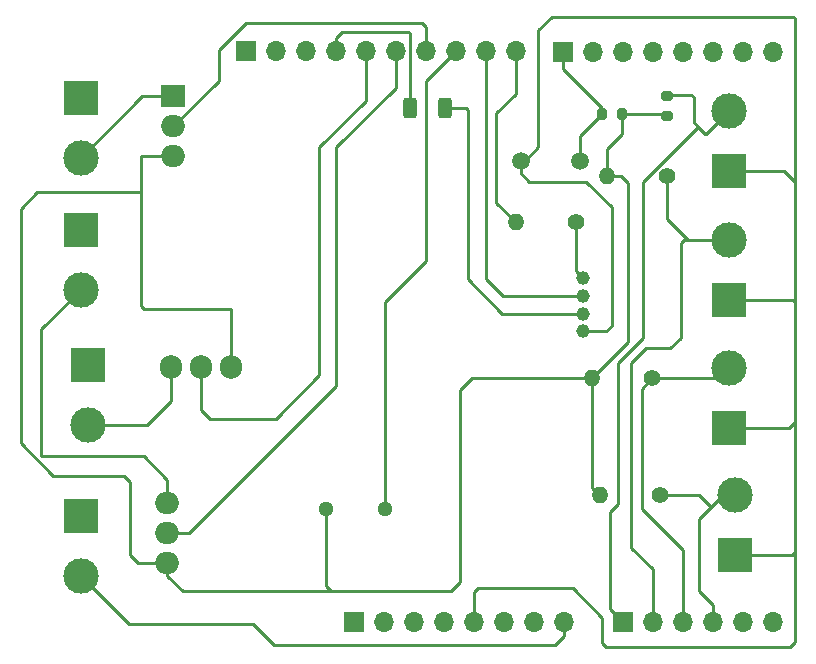
<source format=gtl>
%TF.GenerationSoftware,KiCad,Pcbnew,(6.0.2)*%
%TF.CreationDate,2024-03-29T16:16:56-05:00*%
%TF.ProjectId,Security_Mat,53656375-7269-4747-995f-4d61742e6b69,rev?*%
%TF.SameCoordinates,Original*%
%TF.FileFunction,Copper,L1,Top*%
%TF.FilePolarity,Positive*%
%FSLAX46Y46*%
G04 Gerber Fmt 4.6, Leading zero omitted, Abs format (unit mm)*
G04 Created by KiCad (PCBNEW (6.0.2)) date 2024-03-29 16:16:56*
%MOMM*%
%LPD*%
G01*
G04 APERTURE LIST*
G04 Aperture macros list*
%AMRoundRect*
0 Rectangle with rounded corners*
0 $1 Rounding radius*
0 $2 $3 $4 $5 $6 $7 $8 $9 X,Y pos of 4 corners*
0 Add a 4 corners polygon primitive as box body*
4,1,4,$2,$3,$4,$5,$6,$7,$8,$9,$2,$3,0*
0 Add four circle primitives for the rounded corners*
1,1,$1+$1,$2,$3*
1,1,$1+$1,$4,$5*
1,1,$1+$1,$6,$7*
1,1,$1+$1,$8,$9*
0 Add four rect primitives between the rounded corners*
20,1,$1+$1,$2,$3,$4,$5,0*
20,1,$1+$1,$4,$5,$6,$7,0*
20,1,$1+$1,$6,$7,$8,$9,0*
20,1,$1+$1,$8,$9,$2,$3,0*%
G04 Aperture macros list end*
%TA.AperFunction,ComponentPad*%
%ADD10C,1.170000*%
%TD*%
%TA.AperFunction,ComponentPad*%
%ADD11O,2.000000X1.905000*%
%TD*%
%TA.AperFunction,ComponentPad*%
%ADD12O,1.905000X2.000000*%
%TD*%
%TA.AperFunction,ComponentPad*%
%ADD13C,1.400000*%
%TD*%
%TA.AperFunction,ComponentPad*%
%ADD14O,1.400000X1.400000*%
%TD*%
%TA.AperFunction,SMDPad,CuDef*%
%ADD15RoundRect,0.200000X-0.275000X0.200000X-0.275000X-0.200000X0.275000X-0.200000X0.275000X0.200000X0*%
%TD*%
%TA.AperFunction,ComponentPad*%
%ADD16R,3.000000X3.000000*%
%TD*%
%TA.AperFunction,ComponentPad*%
%ADD17C,3.000000*%
%TD*%
%TA.AperFunction,ComponentPad*%
%ADD18R,1.700000X1.700000*%
%TD*%
%TA.AperFunction,ComponentPad*%
%ADD19O,1.700000X1.700000*%
%TD*%
%TA.AperFunction,SMDPad,CuDef*%
%ADD20RoundRect,0.250000X0.312500X0.625000X-0.312500X0.625000X-0.312500X-0.625000X0.312500X-0.625000X0*%
%TD*%
%TA.AperFunction,ComponentPad*%
%ADD21C,1.508000*%
%TD*%
%TA.AperFunction,ComponentPad*%
%ADD22R,2.000000X1.905000*%
%TD*%
%TA.AperFunction,SMDPad,CuDef*%
%ADD23RoundRect,0.200000X-0.200000X-0.275000X0.200000X-0.275000X0.200000X0.275000X-0.200000X0.275000X0*%
%TD*%
%TA.AperFunction,ComponentPad*%
%ADD24C,1.280000*%
%TD*%
%TA.AperFunction,Conductor*%
%ADD25C,0.250000*%
%TD*%
G04 APERTURE END LIST*
D10*
%TO.P,U1,1,RXD*%
%TO.N,Net-(R6-Pad1)*%
X155644000Y-81570000D03*
%TO.P,U1,2,TX*%
%TO.N,Net-(J7-Pad9)*%
X155644000Y-83070000D03*
%TO.P,U1,3,GND*%
%TO.N,Net-(R7-Pad1)*%
X155644000Y-84570000D03*
%TO.P,U1,4,Vcc*%
%TO.N,/5V*%
X155644000Y-86070000D03*
%TD*%
D11*
%TO.P,Q2,1,G*%
%TO.N,Net-(J11-Pad2)*%
X120467000Y-100584000D03*
%TO.P,Q2,2,D*%
%TO.N,Net-(J7-Pad6)*%
X120467000Y-103124000D03*
%TO.P,Q2,3,S*%
%TO.N,GND*%
X120467000Y-105664000D03*
%TD*%
D12*
%TO.P,Q1,3,S*%
%TO.N,GND*%
X125857000Y-89083000D03*
%TO.P,Q1,2,D*%
%TO.N,Net-(J7-Pad5)*%
X123317000Y-89083000D03*
%TO.P,Q1,1,G*%
%TO.N,Net-(J12-Pad2)*%
X120777000Y-89083000D03*
%TD*%
D13*
%TO.P,R6,1*%
%TO.N,Net-(R6-Pad1)*%
X155067000Y-76835000D03*
D14*
%TO.P,R6,2*%
%TO.N,Net-(J7-Pad10)*%
X149987000Y-76835000D03*
%TD*%
D13*
%TO.P,R5,1*%
%TO.N,Net-(J4-Pad2)*%
X162179000Y-99949000D03*
D14*
%TO.P,R5,2*%
%TO.N,GND*%
X157099000Y-99949000D03*
%TD*%
D13*
%TO.P,R4,1*%
%TO.N,Net-(J3-Pad2)*%
X161544000Y-90043000D03*
D14*
%TO.P,R4,2*%
%TO.N,GND*%
X156464000Y-90043000D03*
%TD*%
D13*
%TO.P,R3,1*%
%TO.N,Net-(J2-Pad2)*%
X162814000Y-72898000D03*
D14*
%TO.P,R3,2*%
%TO.N,GND*%
X157734000Y-72898000D03*
%TD*%
D15*
%TO.P,R2,1*%
%TO.N,Net-(J1-Pad2)*%
X162814000Y-66167000D03*
%TO.P,R2,2*%
%TO.N,GND*%
X162814000Y-67817000D03*
%TD*%
D16*
%TO.P,J9,1,Pin_1*%
%TO.N,unconnected-(J9-Pad1)*%
X113157000Y-101727000D03*
D17*
%TO.P,J9,2,Pin_2*%
%TO.N,Net-(J5-Pad8)*%
X113157000Y-106807000D03*
%TD*%
D18*
%TO.P,J8,1,7*%
%TO.N,Net-(J8-Pad1)*%
X153990000Y-62390000D03*
D19*
%TO.P,J8,2,6*%
%TO.N,unconnected-(J8-Pad2)*%
X156530000Y-62390000D03*
%TO.P,J8,3,5*%
%TO.N,unconnected-(J8-Pad3)*%
X159070000Y-62390000D03*
%TO.P,J8,4,4*%
%TO.N,unconnected-(J8-Pad4)*%
X161610000Y-62390000D03*
%TO.P,J8,5,3*%
%TO.N,unconnected-(J8-Pad5)*%
X164150000Y-62390000D03*
%TO.P,J8,6,2*%
%TO.N,unconnected-(J8-Pad6)*%
X166690000Y-62390000D03*
%TO.P,J8,7,TX-1*%
%TO.N,unconnected-(J8-Pad7)*%
X169230000Y-62390000D03*
%TO.P,J8,8,RX-0*%
%TO.N,unconnected-(J8-Pad8)*%
X171770000Y-62390000D03*
%TD*%
D20*
%TO.P,R7,1*%
%TO.N,Net-(R7-Pad1)*%
X143956500Y-67183000D03*
%TO.P,R7,2*%
%TO.N,Net-(J7-Pad4)*%
X141031500Y-67183000D03*
%TD*%
D16*
%TO.P,J2,1,Pin_1*%
%TO.N,/5V*%
X168021000Y-83439000D03*
D17*
%TO.P,J2,2,Pin_2*%
%TO.N,Net-(J2-Pad2)*%
X168021000Y-78359000D03*
%TD*%
D16*
%TO.P,J3,1,Pin_1*%
%TO.N,/5V*%
X168021000Y-94234000D03*
D17*
%TO.P,J3,2,Pin_2*%
%TO.N,Net-(J3-Pad2)*%
X168021000Y-89154000D03*
%TD*%
D19*
%TO.P,J7,10,8*%
%TO.N,Net-(J7-Pad10)*%
X149960000Y-62350000D03*
%TO.P,J7,9,9*%
%TO.N,Net-(J7-Pad9)*%
X147420000Y-62350000D03*
%TO.P,J7,8,10*%
%TO.N,Net-(J7-Pad8)*%
X144880000Y-62350000D03*
%TO.P,J7,7,11*%
%TO.N,Net-(J7-Pad7)*%
X142340000Y-62350000D03*
%TO.P,J7,6,12*%
%TO.N,Net-(J7-Pad6)*%
X139800000Y-62350000D03*
%TO.P,J7,5,13*%
%TO.N,Net-(J7-Pad5)*%
X137260000Y-62350000D03*
%TO.P,J7,4,GND*%
%TO.N,Net-(J7-Pad4)*%
X134720000Y-62350000D03*
%TO.P,J7,3,AREF*%
%TO.N,unconnected-(J7-Pad3)*%
X132180000Y-62350000D03*
%TO.P,J7,2,SDA*%
%TO.N,unconnected-(J7-Pad2)*%
X129640000Y-62350000D03*
D18*
%TO.P,J7,1,SCL*%
%TO.N,unconnected-(J7-Pad1)*%
X127100000Y-62350000D03*
%TD*%
%TO.P,J5,1*%
%TO.N,unconnected-(J5-Pad1)*%
X136300000Y-110700000D03*
D19*
%TO.P,J5,2,IOREF*%
%TO.N,unconnected-(J5-Pad2)*%
X138840000Y-110700000D03*
%TO.P,J5,3,RESET*%
%TO.N,unconnected-(J5-Pad3)*%
X141380000Y-110700000D03*
%TO.P,J5,4,3.3V*%
%TO.N,unconnected-(J5-Pad4)*%
X143920000Y-110700000D03*
%TO.P,J5,5,5V*%
%TO.N,/5V*%
X146460000Y-110700000D03*
%TO.P,J5,6,GND*%
%TO.N,unconnected-(J5-Pad6)*%
X149000000Y-110700000D03*
%TO.P,J5,7,GND*%
%TO.N,unconnected-(J5-Pad7)*%
X151540000Y-110700000D03*
%TO.P,J5,8,Vin*%
%TO.N,Net-(J5-Pad8)*%
X154080000Y-110700000D03*
%TD*%
D21*
%TO.P,SW1,1,A*%
%TO.N,/5V*%
X150408000Y-71628000D03*
%TO.P,SW1,2,B*%
%TO.N,Net-(J8-Pad1)*%
X155408000Y-71628000D03*
%TD*%
D22*
%TO.P,Q3,1,G*%
%TO.N,Net-(J10-Pad2)*%
X120975000Y-66167000D03*
D11*
%TO.P,Q3,2,D*%
%TO.N,Net-(J7-Pad7)*%
X120975000Y-68707000D03*
%TO.P,Q3,3,S*%
%TO.N,GND*%
X120975000Y-71247000D03*
%TD*%
D18*
%TO.P,J6,1,A0*%
%TO.N,Net-(J1-Pad2)*%
X159070000Y-110650000D03*
D19*
%TO.P,J6,2,A1*%
%TO.N,Net-(J2-Pad2)*%
X161610000Y-110650000D03*
%TO.P,J6,3,A2*%
%TO.N,Net-(J3-Pad2)*%
X164150000Y-110650000D03*
%TO.P,J6,4,A3*%
%TO.N,Net-(J4-Pad2)*%
X166690000Y-110650000D03*
%TO.P,J6,5,A4*%
%TO.N,unconnected-(J6-Pad5)*%
X169230000Y-110650000D03*
%TO.P,J6,6,A5*%
%TO.N,unconnected-(J6-Pad6)*%
X171770000Y-110650000D03*
%TD*%
D16*
%TO.P,J1,1,Pin_1*%
%TO.N,/5V*%
X168021000Y-72517000D03*
D17*
%TO.P,J1,2,Pin_2*%
%TO.N,Net-(J1-Pad2)*%
X168021000Y-67437000D03*
%TD*%
D23*
%TO.P,R1,1*%
%TO.N,Net-(J8-Pad1)*%
X157290000Y-67691000D03*
%TO.P,R1,2*%
%TO.N,GND*%
X158940000Y-67691000D03*
%TD*%
D16*
%TO.P,J10,1,Pin_1*%
%TO.N,unconnected-(J10-Pad1)*%
X113157000Y-66294000D03*
D17*
%TO.P,J10,2,Pin_2*%
%TO.N,Net-(J10-Pad2)*%
X113157000Y-71374000D03*
%TD*%
D24*
%TO.P,LS1,1*%
%TO.N,Net-(J7-Pad8)*%
X138898000Y-101092000D03*
%TO.P,LS1,2*%
%TO.N,GND*%
X133898000Y-101092000D03*
%TD*%
D16*
%TO.P,J11,1,Pin_1*%
%TO.N,unconnected-(J11-Pad1)*%
X113157000Y-77470000D03*
D17*
%TO.P,J11,2,Pin_2*%
%TO.N,Net-(J11-Pad2)*%
X113157000Y-82550000D03*
%TD*%
D16*
%TO.P,J4,1,Pin_1*%
%TO.N,/5V*%
X168529000Y-105029000D03*
D17*
%TO.P,J4,2,Pin_2*%
%TO.N,Net-(J4-Pad2)*%
X168529000Y-99949000D03*
%TD*%
D16*
%TO.P,J12,1,Pin_1*%
%TO.N,unconnected-(J12-Pad1)*%
X113792000Y-88900000D03*
D17*
%TO.P,J12,2,Pin_2*%
%TO.N,Net-(J12-Pad2)*%
X113792000Y-93980000D03*
%TD*%
D25*
%TO.N,Net-(J7-Pad7)*%
X127093478Y-60007500D02*
X142049500Y-60007500D01*
X124841000Y-62259978D02*
X127093478Y-60007500D01*
X124841000Y-64841000D02*
X124841000Y-62259978D01*
X120975000Y-68707000D02*
X124841000Y-64841000D01*
%TO.N,GND*%
X125857000Y-84201000D02*
X125857000Y-89083000D01*
X118491000Y-84201000D02*
X125857000Y-84201000D01*
X118237000Y-83947000D02*
X118491000Y-84201000D01*
X118237000Y-74295000D02*
X118237000Y-83947000D01*
X109474000Y-74295000D02*
X118237000Y-74295000D01*
X108077000Y-75692000D02*
X109474000Y-74295000D01*
X108077000Y-95563197D02*
X108077000Y-75692000D01*
X110811803Y-98298000D02*
X108077000Y-95563197D01*
X116840000Y-98298000D02*
X110811803Y-98298000D01*
X117983000Y-105664000D02*
X117348000Y-105029000D01*
X117348000Y-105029000D02*
X117348000Y-98806000D01*
X117348000Y-98806000D02*
X116840000Y-98298000D01*
X120467000Y-105664000D02*
X117983000Y-105664000D01*
X118237000Y-74295000D02*
X118237000Y-71247000D01*
%TO.N,Net-(J5-Pad8)*%
X117221000Y-110871000D02*
X113157000Y-106807000D01*
X153289000Y-112649000D02*
X129540000Y-112649000D01*
X129540000Y-112649000D02*
X127762000Y-110871000D01*
X154080000Y-110700000D02*
X154080000Y-111858000D01*
X154080000Y-111858000D02*
X153289000Y-112649000D01*
X127762000Y-110871000D02*
X117221000Y-110871000D01*
%TO.N,Net-(J7-Pad10)*%
X148336000Y-67564000D02*
X149960000Y-65940000D01*
X148336000Y-75184000D02*
X148336000Y-67564000D01*
X149987000Y-76835000D02*
X148336000Y-75184000D01*
X149960000Y-65940000D02*
X149960000Y-62350000D01*
%TO.N,Net-(R6-Pad1)*%
X155067000Y-80993000D02*
X155644000Y-81570000D01*
X155067000Y-76835000D02*
X155067000Y-80993000D01*
%TO.N,/5V*%
X150408000Y-72684000D02*
X150408000Y-71628000D01*
X151130000Y-73406000D02*
X150408000Y-72684000D01*
X155956000Y-73406000D02*
X151130000Y-73406000D01*
X158115000Y-75565000D02*
X155956000Y-73406000D01*
X158115000Y-85598000D02*
X158115000Y-75565000D01*
X157643000Y-86070000D02*
X158115000Y-85598000D01*
X155644000Y-86070000D02*
X157643000Y-86070000D01*
%TO.N,Net-(J2-Pad2)*%
X164211000Y-78359000D02*
X164592000Y-78359000D01*
X163957000Y-78613000D02*
X164211000Y-78359000D01*
X161036000Y-87503000D02*
X163068000Y-87503000D01*
X159766000Y-88773000D02*
X161036000Y-87503000D01*
X159766000Y-104394000D02*
X159766000Y-88773000D01*
X161610000Y-106238000D02*
X159766000Y-104394000D01*
X163068000Y-87503000D02*
X163957000Y-86614000D01*
X163957000Y-86614000D02*
X163957000Y-78613000D01*
X161610000Y-110650000D02*
X161610000Y-106238000D01*
%TO.N,Net-(J1-Pad2)*%
X160718500Y-73469500D02*
X165417500Y-68770500D01*
X160782000Y-77597000D02*
X160718500Y-77533500D01*
X158623000Y-100711000D02*
X158623000Y-88773000D01*
X158623000Y-88773000D02*
X160782000Y-86614000D01*
X157988000Y-101346000D02*
X158623000Y-100711000D01*
X157988000Y-109568000D02*
X157988000Y-101346000D01*
X160718500Y-77533500D02*
X160718500Y-73469500D01*
X159070000Y-110650000D02*
X157988000Y-109568000D01*
X160782000Y-86614000D02*
X160782000Y-77597000D01*
%TO.N,Net-(J7-Pad7)*%
X142340000Y-60298000D02*
X142049500Y-60007500D01*
X142340000Y-62350000D02*
X142340000Y-60298000D01*
X142367000Y-60325000D02*
X142049500Y-60007500D01*
%TO.N,Net-(J7-Pad9)*%
X147420000Y-81634000D02*
X147420000Y-62350000D01*
X148856000Y-83070000D02*
X147420000Y-81634000D01*
X155644000Y-83070000D02*
X148856000Y-83070000D01*
%TO.N,GND*%
X159512000Y-73533000D02*
X158877000Y-72898000D01*
X159512000Y-86995000D02*
X159512000Y-73533000D01*
X158877000Y-72898000D02*
X157734000Y-72898000D01*
X156464000Y-90043000D02*
X159512000Y-86995000D01*
%TO.N,Net-(R7-Pad1)*%
X145923000Y-81661000D02*
X145923000Y-67310000D01*
X145796000Y-67183000D02*
X143956500Y-67183000D01*
X148832000Y-84570000D02*
X145923000Y-81661000D01*
X145923000Y-67310000D02*
X145796000Y-67183000D01*
X155644000Y-84570000D02*
X148832000Y-84570000D01*
%TO.N,Net-(J2-Pad2)*%
X162814000Y-76581000D02*
X164592000Y-78359000D01*
X162814000Y-72898000D02*
X162814000Y-76581000D01*
X164592000Y-78359000D02*
X168021000Y-78359000D01*
%TO.N,GND*%
X156464000Y-99314000D02*
X157099000Y-99949000D01*
X156464000Y-90043000D02*
X156464000Y-99314000D01*
X146304000Y-90043000D02*
X156464000Y-90043000D01*
X145288000Y-91059000D02*
X146304000Y-90043000D01*
X145288000Y-102616000D02*
X145288000Y-91059000D01*
%TO.N,/5V*%
X173609000Y-59563000D02*
X173609000Y-73533000D01*
X153035000Y-59436000D02*
X173482000Y-59436000D01*
X151892000Y-60579000D02*
X153035000Y-59436000D01*
X151892000Y-70485000D02*
X151892000Y-60579000D01*
X173482000Y-59436000D02*
X173609000Y-59563000D01*
X150749000Y-71628000D02*
X151892000Y-70485000D01*
X150408000Y-71628000D02*
X150749000Y-71628000D01*
%TO.N,Net-(J8-Pad1)*%
X155408000Y-69573000D02*
X157290000Y-67691000D01*
X155408000Y-71628000D02*
X155408000Y-69573000D01*
%TO.N,GND*%
X159004000Y-67755000D02*
X158940000Y-67691000D01*
X157734000Y-70612000D02*
X159004000Y-69342000D01*
X159004000Y-69342000D02*
X159004000Y-67755000D01*
X157734000Y-72898000D02*
X157734000Y-70612000D01*
%TO.N,Net-(J1-Pad2)*%
X165417500Y-68770500D02*
X165989000Y-69342000D01*
X165036500Y-68389500D02*
X165417500Y-68770500D01*
%TO.N,Net-(J3-Pad2)*%
X167132000Y-90043000D02*
X168021000Y-89154000D01*
X161544000Y-90043000D02*
X167132000Y-90043000D01*
X160655000Y-101092000D02*
X160655000Y-90932000D01*
X164150000Y-104587000D02*
X160655000Y-101092000D01*
X160655000Y-90932000D02*
X161544000Y-90043000D01*
X164150000Y-110650000D02*
X164150000Y-104587000D01*
%TO.N,Net-(J4-Pad2)*%
X166433500Y-100901500D02*
X166433500Y-101028500D01*
X165481000Y-99949000D02*
X166433500Y-100901500D01*
X166433500Y-101028500D02*
X167513000Y-99949000D01*
X165481000Y-101981000D02*
X166433500Y-101028500D01*
X162179000Y-99949000D02*
X165481000Y-99949000D01*
X167513000Y-99949000D02*
X168529000Y-99949000D01*
X166690000Y-109286000D02*
X165481000Y-108077000D01*
X166690000Y-110650000D02*
X166690000Y-109286000D01*
X165481000Y-108077000D02*
X165481000Y-101981000D01*
%TO.N,/5V*%
X168529000Y-105029000D02*
X173355000Y-105029000D01*
X173609000Y-104775000D02*
X173609000Y-112395000D01*
X173355000Y-105029000D02*
X173609000Y-104775000D01*
X173609000Y-93726000D02*
X173609000Y-104775000D01*
%TO.N,Net-(J1-Pad2)*%
X165036500Y-66230500D02*
X164846000Y-66040000D01*
X162941000Y-66040000D02*
X162814000Y-66167000D01*
X165036500Y-68389500D02*
X165036500Y-66230500D01*
X164846000Y-66040000D02*
X162941000Y-66040000D01*
%TO.N,/5V*%
X165354000Y-112776000D02*
X157607000Y-112776000D01*
X173228000Y-112776000D02*
X165354000Y-112776000D01*
X146460000Y-108175000D02*
X146460000Y-110700000D01*
X146812000Y-107823000D02*
X146460000Y-108175000D01*
X157295000Y-112464000D02*
X157295000Y-110305000D01*
X157607000Y-112776000D02*
X157295000Y-112464000D01*
X157295000Y-110305000D02*
X154813000Y-107823000D01*
X154813000Y-107823000D02*
X146812000Y-107823000D01*
X173609000Y-112395000D02*
X173228000Y-112776000D01*
%TO.N,GND*%
X158940000Y-67691000D02*
X160782000Y-67691000D01*
X118237000Y-71247000D02*
X120975000Y-71247000D01*
X160782000Y-67691000D02*
X162688000Y-67691000D01*
X162688000Y-67691000D02*
X162814000Y-67817000D01*
X145288000Y-102616000D02*
X145288000Y-107315000D01*
X133898000Y-101092000D02*
X133898000Y-107609000D01*
X134366000Y-108077000D02*
X121793000Y-108077000D01*
X121793000Y-108077000D02*
X120467000Y-106751000D01*
X133898000Y-107609000D02*
X134366000Y-108077000D01*
X144526000Y-108077000D02*
X134366000Y-108077000D01*
X120467000Y-106751000D02*
X120467000Y-105664000D01*
X145288000Y-107315000D02*
X144526000Y-108077000D01*
X162624000Y-67627000D02*
X162814000Y-67817000D01*
%TO.N,/5V*%
X168021000Y-83439000D02*
X173482000Y-83439000D01*
X173609000Y-93726000D02*
X173609000Y-83566000D01*
X173609000Y-73533000D02*
X173609000Y-73406000D01*
X168021000Y-94234000D02*
X173101000Y-94234000D01*
X173609000Y-83566000D02*
X173609000Y-73533000D01*
X173609000Y-73406000D02*
X172720000Y-72517000D01*
X172720000Y-72517000D02*
X168021000Y-72517000D01*
X173482000Y-83439000D02*
X173609000Y-83566000D01*
X173101000Y-94234000D02*
X173609000Y-93726000D01*
%TO.N,Net-(J1-Pad2)*%
X165989000Y-69342000D02*
X166116000Y-69342000D01*
X166116000Y-69342000D02*
X168021000Y-67437000D01*
%TO.N,Net-(J7-Pad4)*%
X134720000Y-62350000D02*
X134720000Y-61241000D01*
X134720000Y-61241000D02*
X135255000Y-60706000D01*
X141031500Y-67183000D02*
X141031500Y-60894500D01*
X141031500Y-60894500D02*
X140906500Y-60769500D01*
X140843000Y-60706000D02*
X140906500Y-60769500D01*
X135255000Y-60706000D02*
X140843000Y-60706000D01*
%TO.N,Net-(J7-Pad5)*%
X133350000Y-89789000D02*
X129667000Y-93472000D01*
X133350000Y-70485000D02*
X133350000Y-89789000D01*
X137260000Y-62350000D02*
X137260000Y-66575000D01*
X129667000Y-93472000D02*
X124079000Y-93472000D01*
X124079000Y-93472000D02*
X123317000Y-92710000D01*
X123317000Y-92710000D02*
X123317000Y-89083000D01*
X137260000Y-66575000D02*
X133350000Y-70485000D01*
%TO.N,Net-(J7-Pad6)*%
X122301000Y-103124000D02*
X134747000Y-90678000D01*
X134747000Y-70485000D02*
X139800000Y-65432000D01*
X120467000Y-103124000D02*
X122301000Y-103124000D01*
X134747000Y-90678000D02*
X134747000Y-70485000D01*
X139800000Y-65432000D02*
X139800000Y-62350000D01*
%TO.N,Net-(J7-Pad8)*%
X142367000Y-64863000D02*
X144880000Y-62350000D01*
X142367000Y-80137000D02*
X142367000Y-64863000D01*
X138898000Y-83606000D02*
X142367000Y-80137000D01*
X138898000Y-101092000D02*
X138898000Y-83606000D01*
%TO.N,Net-(J8-Pad1)*%
X157290000Y-67691000D02*
X157290000Y-67184000D01*
X157290000Y-67184000D02*
X153990000Y-63884000D01*
X153990000Y-63884000D02*
X153990000Y-62390000D01*
%TO.N,Net-(J10-Pad2)*%
X118364000Y-66167000D02*
X120975000Y-66167000D01*
X113157000Y-71374000D02*
X118364000Y-66167000D01*
%TO.N,Net-(J11-Pad2)*%
X109796520Y-96647000D02*
X109796520Y-85910480D01*
X118491000Y-96647000D02*
X109796520Y-96647000D01*
X120467000Y-100584000D02*
X120467000Y-98623000D01*
X109796520Y-85910480D02*
X113157000Y-82550000D01*
X120467000Y-98623000D02*
X118491000Y-96647000D01*
%TO.N,Net-(J12-Pad2)*%
X118745000Y-93980000D02*
X120777000Y-91948000D01*
X113792000Y-93980000D02*
X118745000Y-93980000D01*
X120777000Y-91948000D02*
X120777000Y-89083000D01*
%TD*%
M02*

</source>
